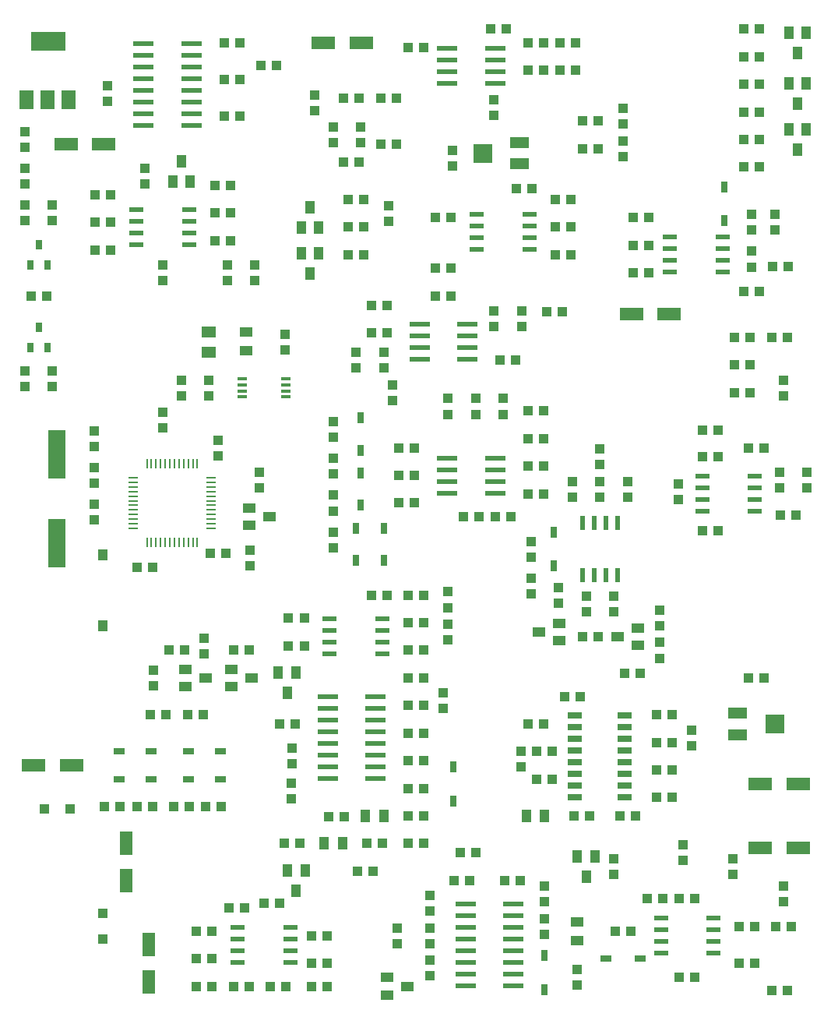
<source format=gbp>
G04 EAGLE Gerber RS-274X export*
G75*
%MOMM*%
%FSLAX34Y34*%
%LPD*%
%INBOTTOM PASTE*%
%IPPOS*%
%AMOC8*
5,1,8,0,0,1.08239X$1,22.5*%
G01*
%ADD10R,2.000000X1.300000*%
%ADD11R,2.000000X2.000000*%
%ADD12R,1.100000X1.000000*%
%ADD13R,1.000000X1.100000*%
%ADD14R,2.600000X1.400000*%
%ADD15R,1.400000X1.100000*%
%ADD16R,1.100000X1.400000*%
%ADD17R,1.400000X2.600000*%
%ADD18R,0.700000X1.200000*%
%ADD19R,1.200000X0.700000*%
%ADD20R,1.100000X1.100000*%
%ADD21R,2.200000X0.600000*%
%ADD22R,1.020000X0.410000*%
%ADD23R,1.498600X2.006600*%
%ADD24R,3.810000X2.006600*%
%ADD25R,0.700000X1.000000*%
%ADD26R,1.525000X0.650000*%
%ADD27R,1.524000X1.270000*%
%ADD28R,1.000000X1.400000*%
%ADD29R,1.930400X5.334000*%
%ADD30R,1.400000X1.000000*%
%ADD31R,1.000000X1.250000*%
%ADD32R,1.524000X0.508000*%
%ADD33R,0.508000X1.524000*%
%ADD34R,1.000000X0.254000*%
%ADD35R,0.254000X1.000000*%
%ADD36R,0.800000X1.150000*%
%ADD37R,1.150000X0.800000*%


D10*
X805000Y421500D03*
D11*
X845000Y410000D03*
D10*
X805000Y398500D03*
D12*
X653500Y1035000D03*
X636500Y1035000D03*
D13*
X425400Y972700D03*
X425400Y955700D03*
D12*
X593500Y1120000D03*
X576500Y1120000D03*
D13*
X540000Y1071500D03*
X540000Y1088500D03*
D12*
X398500Y950000D03*
X381500Y950000D03*
D13*
X120000Y1086500D03*
X120000Y1103500D03*
D12*
X263500Y1070000D03*
X246500Y1070000D03*
D14*
X354500Y1150000D03*
X395500Y1150000D03*
D12*
X236500Y995000D03*
X253500Y995000D03*
D14*
X689500Y855000D03*
X730500Y855000D03*
D13*
X820000Y923500D03*
X820000Y906500D03*
X105000Y671500D03*
X105000Y688500D03*
D12*
X708500Y960000D03*
X691500Y960000D03*
X828500Y880000D03*
X811500Y880000D03*
X231500Y595000D03*
X248500Y595000D03*
X106500Y955000D03*
X123500Y955000D03*
X151500Y580000D03*
X168500Y580000D03*
D13*
X240000Y701500D03*
X240000Y718500D03*
D15*
X270700Y815700D03*
X270700Y835700D03*
D13*
X312700Y816200D03*
X312700Y833200D03*
X430000Y778500D03*
X430000Y761500D03*
D12*
X406500Y835000D03*
X423500Y835000D03*
X636500Y1065000D03*
X653500Y1065000D03*
X423500Y865000D03*
X406500Y865000D03*
X563500Y805000D03*
X546500Y805000D03*
D13*
X540000Y841500D03*
X540000Y858500D03*
D12*
X603500Y350000D03*
X586500Y350000D03*
D14*
X115500Y1040000D03*
X74500Y1040000D03*
D13*
X30000Y1036500D03*
X30000Y1053500D03*
D12*
X643500Y310000D03*
X626500Y310000D03*
D13*
X30000Y973500D03*
X30000Y956500D03*
X30000Y793500D03*
X30000Y776500D03*
D12*
X53500Y875000D03*
X36500Y875000D03*
X393500Y1020000D03*
X376500Y1020000D03*
X453500Y710000D03*
X436500Y710000D03*
X593500Y660000D03*
X576500Y660000D03*
X716500Y330000D03*
X733500Y330000D03*
D16*
X595000Y310000D03*
X575000Y310000D03*
D13*
X520000Y746500D03*
X520000Y763500D03*
D12*
X436500Y650000D03*
X453500Y650000D03*
X506500Y635000D03*
X523500Y635000D03*
X833500Y460000D03*
X816500Y460000D03*
D16*
X420000Y310000D03*
X400000Y310000D03*
D13*
X569500Y380500D03*
X569500Y363500D03*
D12*
X406500Y550000D03*
X423500Y550000D03*
D16*
X375000Y280000D03*
X355000Y280000D03*
D13*
X720000Y481500D03*
X720000Y498500D03*
D14*
X870500Y345000D03*
X829500Y345000D03*
D15*
X630000Y175000D03*
X630000Y195000D03*
D17*
X165000Y129500D03*
X165000Y170500D03*
D14*
X870500Y275000D03*
X829500Y275000D03*
D17*
X140000Y280500D03*
X140000Y239500D03*
D12*
X493500Y960000D03*
X476500Y960000D03*
D14*
X80500Y365000D03*
X39500Y365000D03*
D13*
X320000Y366500D03*
X320000Y383500D03*
D12*
X463500Y370000D03*
X446500Y370000D03*
D13*
X595000Y181500D03*
X595000Y198500D03*
X470000Y223500D03*
X470000Y206500D03*
D12*
X806500Y150000D03*
X823500Y150000D03*
X706500Y220000D03*
X723500Y220000D03*
X623500Y920000D03*
X606500Y920000D03*
X333500Y525000D03*
X316500Y525000D03*
X463500Y490000D03*
X446500Y490000D03*
D13*
X640000Y548500D03*
X640000Y531500D03*
X685000Y673500D03*
X685000Y656500D03*
D12*
X251500Y210000D03*
X268500Y210000D03*
X296500Y125000D03*
X313500Y125000D03*
D13*
X105000Y631500D03*
X105000Y648500D03*
D12*
X463500Y1145000D03*
X446500Y1145000D03*
D18*
X495500Y326500D03*
X495500Y363500D03*
X605000Y581500D03*
X605000Y618500D03*
D19*
X661500Y155000D03*
X698500Y155000D03*
D18*
X595000Y158500D03*
X595000Y121500D03*
D20*
X115000Y204000D03*
X115000Y176000D03*
X51000Y317500D03*
X79000Y317500D03*
D18*
X790000Y993500D03*
X790000Y956500D03*
D12*
X30000Y1013500D03*
X30000Y996500D03*
D10*
X568000Y1018500D03*
D11*
X528000Y1030000D03*
D10*
X568000Y1041500D03*
D21*
X541000Y1131350D03*
X489000Y1131350D03*
X541000Y1144050D03*
X541000Y1118650D03*
X541000Y1105950D03*
X489000Y1144050D03*
X489000Y1118650D03*
X489000Y1105950D03*
X211000Y1136750D03*
X159000Y1111350D03*
X211000Y1149450D03*
X211000Y1124050D03*
X211000Y1111350D03*
X159000Y1124050D03*
X159000Y1098650D03*
X159000Y1085950D03*
X211000Y1085950D03*
X159000Y1060550D03*
X211000Y1098650D03*
X211000Y1073250D03*
X159000Y1073250D03*
X211000Y1060550D03*
X159000Y1136750D03*
X159000Y1149450D03*
D22*
X266000Y765250D03*
X266000Y771750D03*
X266000Y778250D03*
X266000Y784750D03*
X314000Y784750D03*
X314000Y778250D03*
X314000Y771750D03*
X314000Y765250D03*
D21*
X511000Y831350D03*
X459000Y831350D03*
X511000Y844050D03*
X511000Y818650D03*
X511000Y805950D03*
X459000Y844050D03*
X459000Y818650D03*
X459000Y805950D03*
D23*
X77606Y1088504D03*
X54746Y1088504D03*
X31886Y1088504D03*
D24*
X55000Y1151496D03*
D25*
X45000Y841000D03*
X35500Y819000D03*
X54500Y819000D03*
X45000Y931000D03*
X35500Y909000D03*
X54500Y909000D03*
D26*
X682120Y419450D03*
X682120Y406750D03*
X682120Y394050D03*
X682120Y381350D03*
X682120Y368650D03*
X682120Y355950D03*
X682120Y343250D03*
X682120Y330550D03*
X627880Y330550D03*
X627880Y343250D03*
X627880Y355950D03*
X627880Y368650D03*
X627880Y381350D03*
X627880Y394050D03*
X627880Y406750D03*
X627880Y419450D03*
D27*
X230000Y814090D03*
X230000Y835910D03*
D28*
X340000Y971000D03*
X330500Y949000D03*
X349500Y949000D03*
X340000Y899000D03*
X349500Y921000D03*
X330500Y921000D03*
X200000Y1021000D03*
X190500Y999000D03*
X209500Y999000D03*
D29*
X65000Y703260D03*
X65000Y606740D03*
D30*
X296000Y635000D03*
X274000Y644500D03*
X274000Y625500D03*
D12*
X250000Y908500D03*
X250000Y891500D03*
X170000Y451500D03*
X170000Y468500D03*
D13*
X203500Y490000D03*
X186500Y490000D03*
X256500Y490000D03*
X273500Y490000D03*
X223500Y420000D03*
X206500Y420000D03*
X183500Y420000D03*
X166500Y420000D03*
X446500Y520000D03*
X463500Y520000D03*
X446500Y550000D03*
X463500Y550000D03*
D12*
X490000Y553500D03*
X490000Y536500D03*
X490000Y501500D03*
X490000Y518500D03*
D13*
X306500Y410000D03*
X323500Y410000D03*
D12*
X105000Y711500D03*
X105000Y728500D03*
D13*
X333500Y495000D03*
X316500Y495000D03*
D12*
X319600Y328300D03*
X319600Y345300D03*
D13*
X376900Y309600D03*
X359900Y309600D03*
D12*
X655000Y673500D03*
X655000Y656500D03*
X655000Y691500D03*
X655000Y708500D03*
X625000Y656500D03*
X625000Y673500D03*
X580000Y608500D03*
X580000Y591500D03*
X580000Y568500D03*
X580000Y551500D03*
X610000Y558500D03*
X610000Y541500D03*
D13*
X698500Y465000D03*
X681500Y465000D03*
D12*
X390000Y813500D03*
X390000Y796500D03*
X720000Y516500D03*
X720000Y533500D03*
X670000Y531500D03*
X670000Y548500D03*
D13*
X636500Y505000D03*
X653500Y505000D03*
X841500Y120000D03*
X858500Y120000D03*
X671500Y185000D03*
X688500Y185000D03*
X328500Y280000D03*
X311500Y280000D03*
D12*
X745000Y261500D03*
X745000Y278500D03*
D13*
X806500Y190000D03*
X823500Y190000D03*
X758500Y220000D03*
X741500Y220000D03*
X846500Y190000D03*
X863500Y190000D03*
D12*
X495000Y1016500D03*
X495000Y1033500D03*
D13*
X758500Y135000D03*
X741500Y135000D03*
D12*
X670000Y263500D03*
X670000Y246500D03*
X630000Y126500D03*
X630000Y143500D03*
D13*
X520500Y270000D03*
X503500Y270000D03*
X496500Y240000D03*
X513500Y240000D03*
X341500Y125000D03*
X358500Y125000D03*
X358500Y150000D03*
X341500Y150000D03*
X341500Y180000D03*
X358500Y180000D03*
D12*
X435000Y171500D03*
X435000Y188500D03*
D13*
X553500Y1165000D03*
X536500Y1165000D03*
D12*
X470000Y153500D03*
X470000Y136500D03*
X470000Y171500D03*
X470000Y188500D03*
D13*
X391500Y250000D03*
X408500Y250000D03*
D12*
X595000Y216500D03*
X595000Y233500D03*
D13*
X568500Y240000D03*
X551500Y240000D03*
D12*
X855000Y233500D03*
X855000Y216500D03*
D13*
X811500Y1135000D03*
X828500Y1135000D03*
X828500Y1165000D03*
X811500Y1165000D03*
X811500Y1075000D03*
X828500Y1075000D03*
X828500Y1105000D03*
X811500Y1105000D03*
X611500Y1150000D03*
X628500Y1150000D03*
X811500Y1015000D03*
X828500Y1015000D03*
X828500Y1045000D03*
X811500Y1045000D03*
X593500Y1150000D03*
X576500Y1150000D03*
X628500Y1120000D03*
X611500Y1120000D03*
D12*
X680000Y1043500D03*
X680000Y1026500D03*
X680000Y1078500D03*
X680000Y1061500D03*
D13*
X263500Y1150000D03*
X246500Y1150000D03*
X303500Y1125000D03*
X286500Y1125000D03*
X263500Y1110000D03*
X246500Y1110000D03*
D12*
X160000Y996500D03*
X160000Y1013500D03*
D13*
X253500Y965000D03*
X236500Y965000D03*
X381500Y980000D03*
X398500Y980000D03*
D12*
X420000Y796500D03*
X420000Y813500D03*
D13*
X614500Y858000D03*
X597500Y858000D03*
X606500Y980000D03*
X623500Y980000D03*
D12*
X570000Y858500D03*
X570000Y841500D03*
D13*
X606500Y950000D03*
X623500Y950000D03*
X493500Y875000D03*
X476500Y875000D03*
X123500Y925000D03*
X106500Y925000D03*
D12*
X180000Y908500D03*
X180000Y891500D03*
D13*
X398500Y920000D03*
X381500Y920000D03*
X564500Y992000D03*
X581500Y992000D03*
D12*
X820000Y963500D03*
X820000Y946500D03*
D13*
X859500Y907000D03*
X842500Y907000D03*
D12*
X845000Y963500D03*
X845000Y946500D03*
D13*
X691500Y900000D03*
X708500Y900000D03*
D12*
X230000Y783500D03*
X230000Y766500D03*
D13*
X691500Y930000D03*
X708500Y930000D03*
X493500Y905000D03*
X476500Y905000D03*
D12*
X60000Y776500D03*
X60000Y793500D03*
X60000Y973500D03*
X60000Y956500D03*
D13*
X593500Y690000D03*
X576500Y690000D03*
X576500Y720000D03*
X593500Y720000D03*
D12*
X550000Y763500D03*
X550000Y746500D03*
D13*
X576500Y750000D03*
X593500Y750000D03*
X453500Y680000D03*
X436500Y680000D03*
D12*
X490000Y746500D03*
X490000Y763500D03*
X275000Y581500D03*
X275000Y598500D03*
D13*
X541500Y635000D03*
X558500Y635000D03*
D12*
X365000Y681500D03*
X365000Y698500D03*
D13*
X243500Y320000D03*
X226500Y320000D03*
X168500Y320000D03*
X151500Y320000D03*
D12*
X365000Y738500D03*
X365000Y721500D03*
X365000Y601500D03*
X365000Y618500D03*
X365000Y658500D03*
X365000Y641500D03*
D13*
X191500Y320000D03*
X208500Y320000D03*
X116500Y320000D03*
X133500Y320000D03*
D12*
X285000Y683500D03*
X285000Y666500D03*
D13*
X801500Y830000D03*
X818500Y830000D03*
D12*
X280000Y908500D03*
X280000Y891500D03*
X855000Y783500D03*
X855000Y766500D03*
D13*
X858500Y830000D03*
X841500Y830000D03*
X433500Y1090000D03*
X416500Y1090000D03*
X433500Y1040000D03*
X416500Y1040000D03*
D12*
X365000Y1041500D03*
X365000Y1058500D03*
X395000Y1041500D03*
X395000Y1058500D03*
D13*
X376500Y1090000D03*
X393500Y1090000D03*
D12*
X345000Y1076500D03*
X345000Y1093500D03*
D13*
X593500Y410000D03*
X576500Y410000D03*
X633500Y440000D03*
X616500Y440000D03*
D12*
X200000Y783500D03*
X200000Y766500D03*
D13*
X586500Y380000D03*
X603500Y380000D03*
X676500Y310000D03*
X693500Y310000D03*
X733500Y360000D03*
X716500Y360000D03*
D12*
X755000Y403500D03*
X755000Y386500D03*
D13*
X716500Y390000D03*
X733500Y390000D03*
X716500Y420000D03*
X733500Y420000D03*
X233500Y155000D03*
X216500Y155000D03*
X233500Y185000D03*
X216500Y185000D03*
X233500Y125000D03*
X216500Y125000D03*
X256500Y125000D03*
X273500Y125000D03*
D12*
X180000Y731500D03*
X180000Y748500D03*
D13*
X307100Y215100D03*
X290100Y215100D03*
X446500Y460000D03*
X463500Y460000D03*
X463500Y430000D03*
X446500Y430000D03*
D12*
X485000Y426500D03*
X485000Y443500D03*
D13*
X463500Y400000D03*
X446500Y400000D03*
X446500Y340000D03*
X463500Y340000D03*
X446500Y310000D03*
X463500Y310000D03*
X401500Y280000D03*
X418500Y280000D03*
X446500Y280000D03*
X463500Y280000D03*
D12*
X225000Y486500D03*
X225000Y503500D03*
D13*
X818500Y800000D03*
X801500Y800000D03*
X818500Y770000D03*
X801500Y770000D03*
D12*
X800000Y263500D03*
X800000Y246500D03*
D31*
X115000Y593750D03*
X115000Y516250D03*
D30*
X446000Y125000D03*
X424000Y134500D03*
X424000Y115500D03*
D28*
X870000Y1139000D03*
X879500Y1161000D03*
X860500Y1161000D03*
X870000Y1084000D03*
X879500Y1106000D03*
X860500Y1106000D03*
X870000Y1034000D03*
X879500Y1056000D03*
X860500Y1056000D03*
X325000Y229000D03*
X334500Y251000D03*
X315500Y251000D03*
D30*
X276000Y460000D03*
X254000Y469500D03*
X254000Y450500D03*
X226000Y460000D03*
X204000Y469500D03*
X204000Y450500D03*
D28*
X315000Y444000D03*
X324500Y466000D03*
X305500Y466000D03*
D30*
X589000Y510000D03*
X611000Y500500D03*
X611000Y519500D03*
X674000Y505000D03*
X696000Y495500D03*
X696000Y514500D03*
D28*
X640000Y244000D03*
X649500Y266000D03*
X630500Y266000D03*
D32*
X208702Y969050D03*
X208702Y956350D03*
X208702Y943650D03*
X208702Y930950D03*
X151298Y930950D03*
X151298Y943650D03*
X151298Y956350D03*
X151298Y969050D03*
D21*
X541000Y686350D03*
X489000Y686350D03*
X541000Y699050D03*
X541000Y673650D03*
X541000Y660950D03*
X489000Y699050D03*
X489000Y673650D03*
X489000Y660950D03*
X411000Y426750D03*
X359000Y401350D03*
X411000Y439450D03*
X411000Y414050D03*
X411000Y401350D03*
X359000Y414050D03*
X359000Y388650D03*
X359000Y375950D03*
X411000Y375950D03*
X359000Y350550D03*
X411000Y388650D03*
X411000Y363250D03*
X359000Y363250D03*
X411000Y350550D03*
X359000Y426750D03*
X359000Y439450D03*
D32*
X578702Y964050D03*
X578702Y951350D03*
X578702Y938650D03*
X578702Y925950D03*
X521298Y925950D03*
X521298Y938650D03*
X521298Y951350D03*
X521298Y964050D03*
X788702Y939050D03*
X788702Y926350D03*
X788702Y913650D03*
X788702Y900950D03*
X731298Y900950D03*
X731298Y913650D03*
X731298Y926350D03*
X731298Y939050D03*
X318702Y189050D03*
X318702Y176350D03*
X318702Y163650D03*
X318702Y150950D03*
X261298Y150950D03*
X261298Y163650D03*
X261298Y176350D03*
X261298Y189050D03*
X418702Y524050D03*
X418702Y511350D03*
X418702Y498650D03*
X418702Y485950D03*
X361298Y485950D03*
X361298Y498650D03*
X361298Y511350D03*
X361298Y524050D03*
D33*
X635950Y628702D03*
X648650Y628702D03*
X661350Y628702D03*
X674050Y628702D03*
X674050Y571298D03*
X661350Y571298D03*
X648650Y571298D03*
X635950Y571298D03*
D32*
X721298Y160950D03*
X721298Y173650D03*
X721298Y186350D03*
X721298Y199050D03*
X778702Y199050D03*
X778702Y186350D03*
X778702Y173650D03*
X778702Y160950D03*
D21*
X509000Y138250D03*
X561000Y163650D03*
X509000Y125550D03*
X509000Y150950D03*
X509000Y163650D03*
X561000Y150950D03*
X561000Y176350D03*
X561000Y189050D03*
X509000Y189050D03*
X561000Y214450D03*
X509000Y176350D03*
X509000Y201750D03*
X561000Y201750D03*
X509000Y214450D03*
X561000Y138250D03*
X561000Y125550D03*
D34*
X147500Y622500D03*
X147500Y627500D03*
X147500Y632500D03*
X147500Y637500D03*
X147500Y642500D03*
X147500Y647500D03*
X147500Y652500D03*
X147500Y657500D03*
X147500Y662500D03*
X147500Y667500D03*
X147500Y672500D03*
X147500Y677500D03*
D35*
X162500Y692500D03*
X167500Y692500D03*
X172500Y692500D03*
X177500Y692500D03*
X182500Y692500D03*
X187500Y692500D03*
X192500Y692500D03*
X197500Y692500D03*
X202500Y692500D03*
X207500Y692500D03*
X212500Y692500D03*
X217500Y692500D03*
D34*
X232500Y677500D03*
X232500Y672500D03*
X232500Y667500D03*
X232500Y662500D03*
X232500Y657500D03*
X232500Y652500D03*
X232500Y647500D03*
X232500Y642500D03*
X232500Y637500D03*
X232500Y632500D03*
X232500Y627500D03*
X232500Y622500D03*
D35*
X217500Y607500D03*
X212500Y607500D03*
X207500Y607500D03*
X202500Y607500D03*
X197500Y607500D03*
X192500Y607500D03*
X187500Y607500D03*
X182500Y607500D03*
X177500Y607500D03*
X172500Y607500D03*
X167500Y607500D03*
X162500Y607500D03*
D36*
X395000Y682500D03*
X395000Y647500D03*
D37*
X242500Y380000D03*
X207500Y380000D03*
X167500Y380000D03*
X132500Y380000D03*
D36*
X395000Y707500D03*
X395000Y742500D03*
X420000Y587500D03*
X420000Y622500D03*
X390000Y587500D03*
X390000Y622500D03*
D37*
X242500Y350000D03*
X207500Y350000D03*
X167500Y350000D03*
X132500Y350000D03*
D12*
X123500Y985000D03*
X106500Y985000D03*
X253500Y935000D03*
X236500Y935000D03*
D32*
X823702Y679050D03*
X823702Y666350D03*
X823702Y653650D03*
X823702Y640950D03*
X766298Y640950D03*
X766298Y653650D03*
X766298Y666350D03*
X766298Y679050D03*
D12*
X766500Y700000D03*
X783500Y700000D03*
X868500Y637000D03*
X851500Y637000D03*
X850000Y666500D03*
X850000Y683500D03*
D13*
X880000Y666500D03*
X880000Y683500D03*
X833500Y710000D03*
X816500Y710000D03*
D12*
X740000Y654000D03*
X740000Y671000D03*
X783700Y729100D03*
X766700Y729100D03*
D13*
X766500Y620000D03*
X783500Y620000D03*
M02*

</source>
